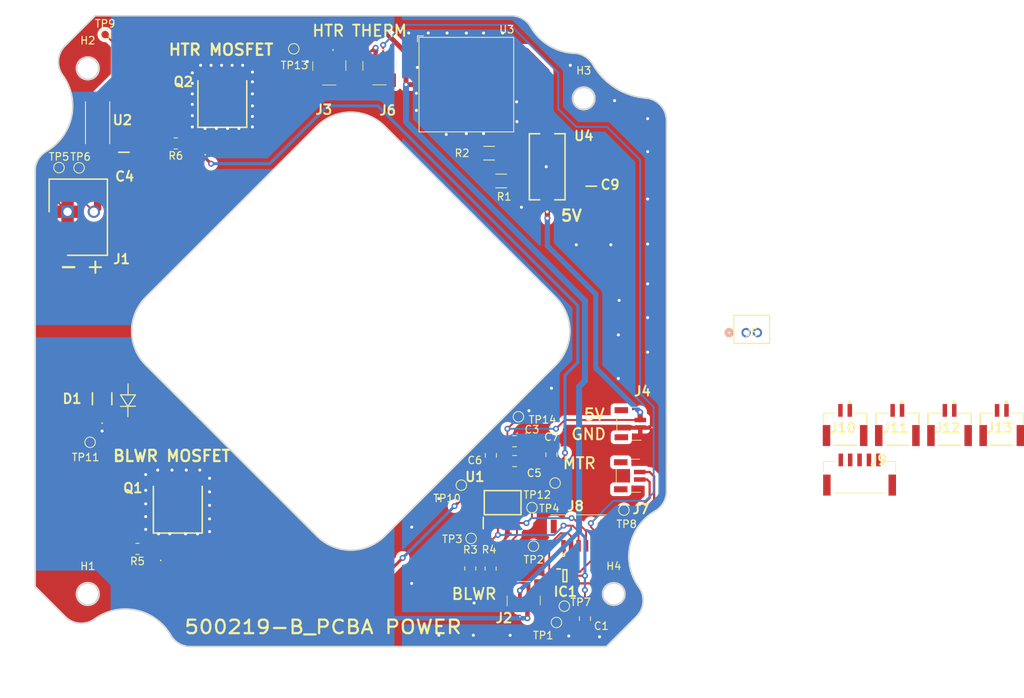
<source format=kicad_pcb>
(kicad_pcb (version 20240108) (generator "pcbnew") (generator_version "8.0")
  (layers (0 "F.Cu" signal) (31 "B.Cu" signal) (34 "B.Paste" user) (35 "F.Paste" user) (36 "B.SilkS" user "B.Silkscreen") (37 "F.SilkS" user "F.Silkscreen") (38 "B.Mask" user) (39 "F.Mask" user) (44 "Edge.Cuts" user))
  (net 0 "")
  (net 1 "Net-(D1-Pad1)")
  (net 2 "GND")
  (net 3 "MTR_PID1")
  (net 6 "Net-(J3-Pad2)")
  (net 9 "Net-(IC1-VM)")
  (net 10 "Net-(U1-VS)")
  (net 11 "Net-(C4-Pad2)")
  (net 12 "MTR_PID2")
  (net 13 "MTR_2")
  (net 14 "MTR_1")
  (net 15 "Net-(U1-OUTA)")
  (net 20 "Net-(U1-OUTB)")
  (net 21 "Net-(U3-Sense)")
  (net 22 "Net-(U3-Trim)")
  (net 25 "THERM")
  (net 28 "BLWR_PID")
  (net 29 "HTR_PID")
  (footprint "BM02B-GHS-TBT_LF__SN_:BM02B-GHS-TBT_1" (layer "F.Cu") (at 179.675 110.55)
    (property "Reference" "J12")
    (property "Value" "BM02B-GHS-TBT_LF__SN_" (hide yes))
  )
  (footprint "BM02B-GHS-TBT_LF__SN_:BM02B-GHS-TBT_1" (layer "F.Cu") (at 172.725 110.55)
    (property "Reference" "J11")
    (property "Value" "BM02B-GHS-TBT_LF__SN_" (hide yes))
  )
  (footprint "TestPoint:TestPoint_Pad_D1.0mm" (layer "F.Cu") (at 63.83 78.25)
    (property "Reference" "TP6")
    (property "Value" "TestPoint")
  )
  (footprint "T1M-05-F-SV-L-P:T1M-05-X-SV-L-Y" (layer "F.Cu") (at 130.3 128.5875)
    (property "Reference" "J8")
    (property "Value" "T1M-05-F-SV-L-P" (hide yes))
  )
  (footprint "Resistor_SMD:R_1206_3216Metric" (layer "F.Cu") (at 120 80 180)
    (property "Reference" "R1")
    (property "Value" "0")
  )
  (footprint "TestPoint:TestPoint_Pad_D1.0mm" (layer "F.Cu") (at 116 127.6)
    (property "Reference" "TP3")
    (property "Value" "TestPoint")
  )
  (footprint "Capacitor_SMD:C_0805_2012Metric" (layer "F.Cu") (at 121.8 117.3)
    (property "Reference" "C5")
    (property "Value" "4.7 uF")
  )
  (footprint "TestPoint:TestPoint_Pad_D1.0mm" (layer "F.Cu") (at 128.41 136.62)
    (property "Reference" "TP7")
    (property "Value" "TestPoint")
  )
  (footprint "BM05B-GHS-TBT_LF__SN_:BM05B-GHS-TBT" (layer "F.Cu") (at 170.2 117.148)
    (property "Reference" "J9")
    (property "Value" "BM05B-GHS-TBT_LF__SN_" (hide yes))
  )
  (footprint "DRV8220DRLR:SOTFL50P160X60-6N" (layer "F.Cu") (at 128.49 132.57)
    (property "Reference" "IC1")
    (property "Value" "DRV8220DRLR" (hide yes))
  )
  (footprint "T1M-02-F-SV-L:T1M02FSVL" (layer "F.Cu") (at 136.94 119.26 90)
    (property "Reference" "J7")
    (property "Value" "T1M-02-F-SV-L" (hide yes))
  )
  (footprint "MountingHole:MountingHole_2.7mm" (layer "F.Cu") (at 130.99 69)
    (property "Reference" "H3")
    (property "Value" "MountingHole")
  )
  (footprint "MIC4427YM-TR:SOIC127P599X173-8N" (layer "F.Cu") (at 120.2 122.84 90)
    (property "Reference" "U1")
    (property "Value" "MIC4427YM-TR" (hide yes))
  )
  (footprint "TestPoint:TestPoint_Pad_D1.0mm" (layer "F.Cu") (at 122.3 111.4)
    (property "Reference" "TP14")
    (property "Value" "TestPoint")
  )
  (footprint "GRM31C5C1E104JA01L:CAPC3216X180N" (layer "F.Cu") (at 69.8 76.18 90)
    (property "Reference" "C4")
    (property "Value" "CL31B106KAHNNNE" (hide yes))
  )
  (footprint "T1M-02-F-SV-L:T1M02FSVL" (layer "F.Cu") (at 97.13 65.6 180)
    (property "Reference" "J3")
    (property "Value" "T1M-02-F-SV-L" (hide yes))
  )
  (footprint "T1M-02-F-SV-L:T1M02FSVL" (layer "F.Cu") (at 137.02 112.33 90)
    (property "Reference" "J4")
    (property "Value" "T1M-02-F-SV-L" (hide yes))
  )
  (footprint "Resistor_SMD:R_0805_2012Metric" (layer "F.Cu") (at 76.7 75 180)
    (property "Reference" "R6")
    (property "Value" "10K")
  )
  (footprint "IPD30N08S2L21ATMA1:IPD30N08S2L21ATMA1" (layer "F.Cu") (at 82.9 69.75)
    (property "Reference" "Q2")
    (property "Value" "IPD30N08S2L21ATMA1" (hide yes))
  )
  (footprint "TestPoint:TestPoint_Pad_D1.0mm" (layer "F.Cu") (at 61.16 78.22)
    (property "Reference" "TP5")
    (property "Value" "TestPoint")
  )
  (footprint "IPD30N08S2L21ATMA1:IPD30N08S2L21ATMA1" (layer "F.Cu") (at 76.97 123.78)
    (property "Reference" "Q1")
    (property "Value" "IPD30N08S2L21ATMA1" (hide yes))
  )
  (footprint "7427932:7427932" (layer "F.Cu") (at 126.13 78.11 90)
    (property "Reference" "U4")
    (property "Value" "7427932" (hide yes))
  )
  (footprint "T1M-02-F-SV-L:T1M02FSVL" (layer "F.Cu") (at 103.8 65.57 180)
    (property "Reference" "J6")
    (property "Value" "T1M-02-F-SV-L" (hide yes))
  )
  (footprint "TestPoint:TestPoint_Pad_D1.0mm" (layer "F.Cu") (at 65.3 114.8 90)
    (property "Reference" "TP11")
    (property "Value" "TestPoint")
  )
  (footprint "MountingHole:MountingHole_2.7mm" (layer "F.Cu") (at 64.99 135)
    (property "Reference" "H1")
    (property "Value" "MountingHole")
  )
  (footprint "Capacitor_SMD:C_0805_2012Metric" (layer "F.Cu") (at 126.69 116.45 90)
    (property "Reference" "C7")
    (property "Value" "1000 pF")
  )
  (footprint "1752104:SHDR2W90P0X350_1X2_760X1000X1255P" (layer "F.Cu") (at 62.3 84.1)
    (property "Reference" "J1")
    (property "Value" "1752104" (hide yes))
  )
  (footprint "BM02B-GHS-TBT_LF__SN_:BM02B-GHS-TBT_1" (layer "F.Cu") (at 186.625 110.55)
    (property "Reference" "J13")
    (property "Value" "BM02B-GHS-TBT_LF__SN_" (hide yes))
  )
  (footprint "TestPoint:TestPoint_Pad_D1.0mm" (layer "F.Cu") (at 124.1 123.5)
    (property "Reference" "TP4")
    (property "Value" "TestPoint")
  )
  (footprint "BM02B-GHS-TBT_LF__SN_:BM02B-GHS-TBT_1" (layer "F.Cu") (at 165.775 110.55)
    (property "Reference" "J10")
    (property "Value" "BM02B-GHS-TBT_LF__SN_" (hide yes))
  )
  (footprint "MountingHole:MountingHole_2.7mm" (layer "F.Cu") (at 64.99 65)
    (property "Reference" "H2")
    (property "Value" "MountingHole")
  )
  (footprint "B2B_ZR:B2B_ZR" (layer "F.Cu") (at 152.599999 100.2)
    (property "Reference" "J5")
    (property "Value" "B2B-ZR")
  )
  (footprint "TestPoint:TestPoint_Pad_D1.0mm" (layer "F.Cu") (at 124.3 128.63)
    (property "Reference" "TP2")
    (property "Value" "TestPoint")
  )
  (footprint "T1M-02-F-SV-L:T1M02FSVL" (layer "F.Cu") (at 123 134.97)
    (property "Reference" "J2")
    (property "Value" "T1M-02-F-SV-L" (hide yes))
  )
  (footprint "Converter_DCDC:Converter_DCDC_RECOM_RPMx.x-x.0" (layer "F.Cu") (at 115.37 67.17)
    (property "Reference" "U3")
    (property "Value" "RPM5.0-6.0")
  )
  (footprint "TestPoint:TestPoint_Pad_D1.0mm" (layer "F.Cu") (at 92.4 62.4 180)
    (property "Reference" "TP13")
    (property "Value" "TestPoint")
  )
  (footprint "Capacitor_SMD:C_0805_2012Metric" (layer "F.Cu") (at 118.63 116.54 90)
    (property "Reference" "C6")
    (property "Value" "1000 pF")
  )
  (footprint "TestPoint:TestPoint_Pad_D1.0mm" (layer "F.Cu") (at 136.34 123.83)
    (property "Reference" "TP8")
    (property "Value" "TestPoint")
  )
  (footprint "SK34A-LTP:SK34ALTP" (layer "F.Cu") (at 66.9 109 -90)
    (property "Reference" "D1")
    (property "Value" "SK34A-LTP" (hide yes))
  )
  (footprint "Resistor_SMD:R_0805_2012Metric" (layer "F.Cu") (at 115.9 131.6 -90)
    (property "Reference" "R3")
    (property "Value" "10K")
  )
  (footprint "742792510:18122" (layer "F.Cu") (at 66.3 72.25 90)
    (property "Reference" "U2")
    (property "Value" "742792510" (hide yes))
  )
  (footprint "Capacitor_SMD:C_0805_2012Metric" (layer "F.Cu") (at 131.15 138.28 90)
    (property "Reference" "C1")
    (property "Value" "0.1 uF")
  )
  (footprint "TestPoint:TestPoint_Pad_D1.0mm" (layer "F.Cu") (at 114.7 120.51)
    (property "Reference" "TP10")
    (property "Value" "TestPoint")
  )
  (footprint "MountingHole:MountingHole_2.7mm" (layer "F.Cu") (at 134.99 135)
    (property "Reference" "H4")
    (property "Value" "MountingHole")
  )
  (footprint "TestPoint:TestPoint_Pad_D1.0mm" (layer "F.Cu") (at 67.3 60.5)
    (property "Reference" "TP9")
    (property "Value" "TestPoint")
  )
  (footprint "TestPoint:TestPoint_Pad_D1.0mm" (layer "F.Cu") (at 127.36 138.8)
    (property "Reference" "TP1")
    (property "Value" "TestPoint")
  )
  (footprint "Capacitor_SMD:C_0805_2012Metric" (layer "F.Cu") (at 121.78 114.66)
    (property "Reference" "C3")
    (property "Value" "0.1 uF")
  )
  (footprint "GRM31C5C1E104JA01L:CAPC3216X180N" (layer "F.Cu") (at 132 80.7 -90)
    (property "Reference" "C9")
    (property "Value" "CL31B226KPHNNNE" (hide yes))
  )
  (footprint "TestPoint:TestPoint_Pad_D1.0mm" (layer "F.Cu") (at 127.18 120.23)
    (property "Reference" "TP12")
    (property "Value" "TestPoint")
  )
  (footprint "Resistor_SMD:R_1206_3216Metric" (layer "F.Cu") (at 118.4 76.3 180)
    (property "Reference" "R2")
    (property "Value" "0")
  )
  (footprint "Resistor_SMD:R_0805_2012Metric" (layer "F.Cu") (at 71.6 129 180)
    (property "Reference" "R5")
    (property "Value" "10K")
  )
  (footprint "Resistor_SMD:R_0805_2012Metric" (layer "F.Cu") (at 118.6 131.6125 -90)
    (property "Reference" "R4")
    (property "Value" "10K")
  )
  (gr_line (start 70.33 108.49) (end 71.33 108.48) (stroke (width 0.15)) (layer "F.SilkS"))
  (gr_line (start 70.33 110.02) (end 70.33 111.39) (stroke (width 0.15)) (layer "F.SilkS"))
  (gr_line (start 69.35 108.48) (end 70.33 110.04) (stroke (width 0.15)) (layer "F.SilkS"))
  (gr_line (start 71.33 108.48) (end 70.33 110.04) (stroke (width 0.15)) (layer "F.SilkS"))
  (gr_line (start 70.35 108.49) (end 69.35 108.48) (stroke (width 0.15)) (layer "F.SilkS"))
  (gr_line (start 70.35 107.03) (end 70.35 108.49) (stroke (width 0.15)) (layer "F.SilkS"))
  (gr_line (start 70.33 110.02) (end 69.33 110.02) (stroke (width 0.15)) (layer "F.SilkS"))
  (gr_line (start 70.33 110) (end 71.33 110) (stroke (width 0.15)) (layer "F.SilkS"))
  (gr_arc (start 138.317961 134.102191) (mid 138.877581 136.098897) (end 138.008407 137.981593) (stroke (width 0.2)) (layer "Edge.Cuts"))
  (gr_line (start 104.515483 127.294322) (end 127.284322 104.525484) (stroke (width 0.2)) (layer "Edge.Cuts"))
  (gr_line (start 133.99 142) (end 78.650254 142) (stroke (width 0.2)) (layer "Edge.Cuts"))
  (gr_arc (start 57.99 78.660254) (mid 58.391924 77.160254) (end 59.49 76.062178) (stroke (width 0.2)) (layer "Edge.Cuts"))
  (gr_line (start 133.99 142) (end 138.008407 137.981593) (stroke (width 0.2)) (layer "Edge.Cuts"))
  (gr_arc (start 65.887809 138.327961) (mid 63.891103 138.887582) (end 62.008407 138.018407) (stroke (width 0.2)) (layer "Edge.Cuts"))
  (gr_circle (center 134.99 135) (end 136.44 135) (stroke (width 0.2)) (fill none) (layer "Edge.Cuts"))
  (gr_line (start 57.99 78.660254) (end 57.99 134) (stroke (width 0.2)) (layer "Edge.Cuts"))
  (gr_line (start 141.99 71.958261) (end 141.99 121.339746) (stroke (width 0.2)) (layer "Edge.Cuts"))
  (gr_arc (start 61.662039 65.897809) (mid 62.835449 71.462814) (end 59.49 76.062178) (stroke (width 0.2)) (layer "Edge.Cuts"))
  (gr_arc (start 138.317961 134.102191) (mid 137.144551 128.537186) (end 140.49 123.937822) (stroke (width 0.2)) (layer "Edge.Cuts"))
  (gr_circle (center 130.99 69) (end 132.44 69) (stroke (width 0.2)) (fill none) (layer "Edge.Cuts"))
  (gr_circle (center 64.99 65) (end 66.44 65) (stroke (width 0.2)) (fill none) (layer "Edge.Cuts"))
  (gr_arc (start 95.464517 72.705678) (mid 99.99 70.831162) (end 104.515483 72.705678) (stroke (width 0.2)) (layer "Edge.Cuts"))
  (gr_arc (start 139.24 68.968696) (mid 141.197941 69.927251) (end 141.99 71.958261) (stroke (width 0.2)) (layer "Edge.Cuts"))
  (gr_circle (center 64.99 135) (end 66.44 135) (stroke (width 0.2)) (fill none) (layer "Edge.Cuts"))
  (gr_arc (start 61.662039 65.897809) (mid 61.102419 63.901103) (end 61.971593 62.018407) (stroke (width 0.2)) (layer "Edge.Cuts"))
  (gr_arc (start 129.712206 62.994486) (mid 131.145391 63.424916) (end 132.192363 64.494092) (stroke (width 0.2)) (layer "Edge.Cuts"))
  (gr_arc (start 104.515483 127.294322) (mid 99.99 129.168839) (end 95.464517 127.294322) (stroke (width 0.2)) (layer "Edge.Cuts"))
  (gr_arc (start 121.329746 58) (mid 122.829746 58.401924) (end 123.927822 59.5) (stroke (width 0.2)) (layer "Edge.Cuts"))
  (gr_line (start 72.695678 95.474517) (end 95.464517 72.705678) (stroke (width 0.2)) (layer "Edge.Cuts"))
  (gr_arc (start 65.887809 138.327961) (mid 71.452814 137.154551) (end 76.052178 140.5) (stroke (width 0.2)) (layer "Edge.Cuts"))
  (gr_line (start 65.99 58) (end 61.971593 62.018407) (stroke (width 0.2)) (layer "Edge.Cuts"))
  (gr_arc (start 129.712206 62.994486) (mid 126.370377 61.991522) (end 123.927822 59.5) (stroke (width 0.2)) (layer "Edge.Cuts"))
  (gr_arc (start 139.24 68.968696) (mid 135.165993 67.597958) (end 132.192363 64.494092) (stroke (width 0.2)) (layer "Edge.Cuts"))
  (gr_line (start 72.695678 104.525484) (end 95.464517 127.294322) (stroke (width 0.2)) (layer "Edge.Cuts"))
  (gr_arc (start 127.284322 95.474517) (mid 129.158838 100.000001) (end 127.284322 104.525484) (stroke (width 0.2)) (layer "Edge.Cuts"))
  (gr_arc (start 78.650254 142) (mid 77.150254 141.598076) (end 76.052178 140.5) (stroke (width 0.2)) (layer "Edge.Cuts"))
  (gr_line (start 121.329746 58) (end 65.99 58) (stroke (width 0.2)) (layer "Edge.Cuts"))
  (gr_arc (start 141.99 121.339746) (mid 141.588076 122.839746) (end 140.49 123.937822) (stroke (width 0.2)) (layer "Edge.Cuts"))
  (gr_arc (start 72.695678 104.525484) (mid 70.821162 100.000001) (end 72.695678 95.474517) (stroke (width 0.2)) (layer "Edge.Cuts"))
  (gr_line (start 57.99 134) (end 62.008407 138.018407) (stroke (width 0.2)) (layer "Edge.Cuts"))
  (gr_line (start 104.515483 72.705678) (end 127.284322 95.474517) (stroke (width 0.2)) (layer "Edge.Cuts"))
  (gr_text "5V" (at 132.4 111.1 0) (layer "F.SilkS") (effects (font (size 1.5 1.5) (thickness 0.25))))
  (gr_text "5V" (at 127.8 85.5 0) (layer "F.SilkS") (effects (font (size 1.5 1.5) (thickness 0.3) (bold yes)) (justify left bottom)))
  (gr_text "THERM" (at 103.8 60 0) (layer "F.SilkS") (effects (font (size 1.5 1.5) (thickness 0.25))))
  (gr_text "500219-B_PCBA POWER" (at 96.3 139.4 0) (layer "F.SilkS") (effects (font (size 1.8 2) (thickness 0.3))))
  (gr_text "BLWR MOSFET" (at 68.2 117.5 0) (layer "F.SilkS") (effects (font (size 1.5 1.5) (thickness 0.3)) (justify left bottom)))
  (gr_text "MTR" (at 130.4 117.6 0) (layer "F.SilkS") (effects (font (size 1.5 1.5) (thickness 0.25))))
  (gr_text "+" (at 64.6 92.5 0) (layer "F.SilkS") (effects (font (size 2 2) (thickness 0.25)) (justify left bottom)))
  (gr_text "GND" (at 129.2 114.6 0) (layer "F.SilkS") (effects (font (size 1.5 1.5) (thickness 0.25) (bold yes)) (justify left bottom)))
  (gr_text "-" (at 61 92.5 0) (layer "F.SilkS") (effects (font (size 2 2) (thickness 0.3)) (justify left bottom)))
  (gr_text "HTR MOSFET" (at 75.6 63.4 0) (layer "F.SilkS") (effects (font (size 1.5 1.5) (thickness 0.3) (bold yes)) (justify left bottom)))
  (gr_text "HTR" (at 97 60 0) (layer "F.SilkS") (effects (font (size 1.5 1.5) (thickness 0.25))))
  (gr_text "BLWR" (at 116.4 135 0) (layer "F.SilkS") (effects (font (size 1.5 1.5) (thickness 0.25))))
  (gr_text "" (at 99.99 147.724 0) (layer "Edge.Cuts") (effects (font (size 3.047999 2.7432) (thickness 0.380999)) (justify top)))
  (segment (start 81.2 121.4) (end 78.27 121.4) (width 0.5) (layer "F.Cu") (net 1))
  (segment (start 78.1 118.5) (end 78.1 121.57) (width 0.5) (layer "F.Cu") (net 1))
  (segment (start 74.3 118.5) (end 76.97 121.17) (width 0.5) (layer "F.Cu") (net 1))
  (segment (start 79.9 118.5) (end 76.97 121.43) (width 0.5) (layer "F.Cu") (net 1))
  (segment (start 72.7 119.1) (end 76.3 122.7) (width 0.8) (layer "F.Cu") (net 1))
  (segment (start 76.97 121.17) (end 76.97 122.7) (width 0.25) (layer "F.Cu") (net 1))
  (segment (start 75.9 127) (end 75.9 123.77) (width 0.5) (layer "F.Cu") (net 1))
  (segment (start 76.3 122.7) (end 76.97 122.7) (width 0.25) (layer "F.Cu") (net 1))
  (segment (start 74.4 127) (end 76.97 124.43) (width 0.5) (layer "F.Cu") (net 1))
  (segment (start 76.2 118.5) (end 76.2 121.93) (width 0.5) (layer "F.Cu") (net 1))
  (segment (start 72.7 126.4) (end 73.27 126.4) (width 0.5) (layer "F.Cu") (net 1))
  (segment (start 81.2 126.7) (end 80.97 126.7) (width 0.5) (layer "F.Cu") (net 1))
  (segment (start 81.2 125) (end 79.27 125) (width 0.5) (layer "F.Cu") (net 1))
  (segment (start 72.7 121.2) (end 75.47 121.2) (width 0.5) (layer "F.Cu") (net 1))
  (segment (start 78.1 122.7) (end 76.97 122.7) (width 0.25) (layer "F.Cu") (net 1))
  (segment (start 76.97 121.43) (end 76.97 122.7) (width 0.25) (layer "F.Cu") (net 1))
  (segment (start 80.97 126.7) (end 76.97 122.7) (width 0.5) (layer "F.Cu") (net 1))
  (segment (start 79.6 127) (end 76.97 124.37) (width 0.5) (layer "F.Cu") (net 1))
  (segment (start 81.2 123.2) (end 77.47 123.2) (width 0.5) (layer "F.Cu") (net 1))
  (segment (start 66.9 111.025) (end 66.9 113.3) (width 0.8) (layer "F.Cu") (net 1))
  (segment (start 74.3 120.03) (end 76.97 122.7) (width 0.25) (layer "F.Cu") (net 1))
  (segment (start 73 122.7) (end 76.97 122.7) (width 0.5) (layer "F.Cu") (net 1))
  (segment (start 123.5 136.47) (end 123.5 138.23) (width 0.6) (layer "F.Cu") (net 1))
  (segment (start 78 127) (end 78 123.73) (width 0.5) (layer "F.Cu") (net 1))
  (segment (start 77.47 123.2) (end 76.97 122.7) (width 0.25) (layer "F.Cu") (net 1))
  (segment (start 75.9 123.77) (end 76.97 122.7) (width 0.5) (layer "F.Cu") (net 1))
  (segment (start 78 123.73) (end 76.97 122.7) (width 0.5) (layer "F.Cu") (net 1))
  (segment (start 76.97 124.43) (end 76.97 122.7) (width 0.5) (layer "F.Cu") (net 1))
  (segment (start 72.7 123) (end 73 122.7) (width 0.5) (layer "F.Cu") (net 1))
  (segment (start 78.27 121.4) (end 76.97 122.7) (width 0.25) (layer "F.Cu") (net 1))
  (segment (start 65.4 114.8) (end 66.9 113.3) (width 0.25) (layer "F.Cu") (net 1))
  (segment (start 74.97 124.7) (end 76.97 122.7) (width 0.25) (layer "F.Cu") (net 1))
  (segment (start 79.27 125) (end 76.97 122.7) (width 0.25) (layer "F.Cu") (net 1))
  (segment (start 75.47 121.2) (end 76.97 122.7) (width 0.25) (layer "F.Cu") (net 1))
  (segment (start 65.3 114.8) (end 65.4 114.8) (width 0.25) (layer "F.Cu") (net 1))
  (segment (start 78.1 121.57) (end 76.97 122.7) (width 0.25) (layer "F.Cu") (net 1))
  (segment (start 76.2 121.93) (end 76.97 122.7) (width 0.25) (layer "F.Cu") (net 1))
  (segment (start 81.2 119.6) (end 78.1 122.7) (width 0.5) (layer "F.Cu") (net 1))
  (segment (start 72.7 124.7) (end 74.97 124.7) (width 0.5) (layer "F.Cu") (net 1))
  (segment (start 76.97 124.37) (end 76.97 122.7) (width 0.5) (layer "F.Cu") (net 1))
  (segment (start 73.27 126.4) (end 76.97 122.7) (width 0.5) (layer "F.Cu") (net 1))
  (via (at 72.7 126.4) (size 0.8) (drill 0.4) (layers "F.Cu" "B.Cu") (net 1))
  (via (at 75.9 127) (size 0.8) (drill 0.4) (layers "F.Cu" "B.Cu") (net 1))
  (via (at 81.2 123.2) (size 0.8) (drill 0.4) (layers "F.Cu" "B.Cu") (net 1))
  (via (at 79.6 127) (size 0.8) (drill 0.4) (layers "F.Cu" "B.Cu") (net 1))
  (via (at 72.7 124.7) (size 0.8) (drill 0.4) (layers "F.Cu" "B.Cu") (net 1))
  (via (at 79.9 118.5) (size 0.8) (drill 0.4) (layers "F.Cu" "B.Cu") (net 1))
  (via (at 81.2 125) (size 0.8) (drill 0.4) (layers "F.Cu" "B.Cu") (net 1))
  (via (at 72.7 123) (size 0.8) (drill 0.4) (layers "F.Cu" "B.Cu") (net 1))
  (via (at 72.7 119.1) (size 0.8) (drill 0.4) (layers "F.Cu" "B.Cu") (net 1))
  (via (at 81.2 119.6) (size 0.8) (drill 0.4) (layers "F.Cu" "B.Cu") (net 1))
  (via (at 81.2 121.4) (size 0.8) (drill 0.4) (layers "F.Cu" "B.Cu") (net 1))
  (via (at 72.7 121.2) (size 0.8) (drill 0.4) (layers "F.Cu" "B.Cu") (net 1))
  (via (at 74.3 118.5) (size 0.8) (drill 0.4) (layers "F.Cu" "B.Cu") (net 1))
  (via (at 78 127) (size 0.8) (drill 0.4) (layers "F.Cu" "B.Cu") (net 1))
  (via (at 76.2 118.5) (size 0.8) (drill 0.4) (layers "F.Cu" "B.Cu") (net 1))
  (via (at 74.4 127) (size 0.8) (drill 0.4) (layers "F.Cu" "B.Cu") (net 1))
  (via (at 78.1 118.5) (size 0.8) (drill 0.4) (layers "F.Cu" "B.Cu") (net 1))
  (via (at 123.5 138.23) (size 0.8) (drill 0.4) (layers "F.Cu" "B.Cu") (net 1))
  (via (at 66.9 113.3) (size 0.8) (drill 0.4) (layers "F.Cu" "B.Cu") (net 1))
  (via (at 81.2 126.7) (size 0.8) (drill 0.4) (layers "F.Cu" "B.Cu") (net 1))
  (segment (start 104.23 138.23) (end 104.2 138.2) (width 0.6) (layer "B.Cu") (net 1))
  (segment (start 123.5 138.23) (end 104.23 138.23) (width 0.6) (layer "B.Cu") (net 1))
  (segment (start 117.66 64.88) (end 117.66 62.59) (width 0.25) (layer "F.Cu") (net 2))
  (segment (start 113.08 69.46) (end 111.94 70.6) (width 0.25) (layer "F.Cu") (net 2))
  (segment (start 117.66 69.46) (end 119.95 69.46) (width 0.25) (layer "F.Cu") (net 2))
  (segment (start 113.08 64.88) (end 110.79 64.88) (width 0.25) (layer "F.Cu") (net 2))
  (segment (start 115.37 62.59) (end 115.37 60.31) (width 0.25) (layer "F.Cu") (net 2))
  (segment (start 117.66 67.17) (end 115.37 67.17) (width 0.25) (layer "F.Cu") (net 2))
  (segment (start 103.3 64.07) (end 103.3 62.27) (width 0.25) (layer "F.Cu") (net 2))
  (segment (start 115.37 69.46) (end 117.66 69.46) (width 0.25) (layer "F.Cu") (net 2))
  (segment (start 117.66 69.46) (end 117.66 71.75) (width 0.25) (layer "F.Cu") (net 2))
  (segment (start 113.08 64.88) (end 115.37 64.88) (width 0.25) (layer "F.Cu") (net 2))
  (segment (start 113.08 64.88) (end 113.08 67.17) (width 0.25) (layer "F.Cu") (net 2))
  (segment (start 113.08 67.17) (end 113.08 69.46) (width 0.25) (layer "F.Cu") (net 2))
  (segment (start 115.37 62.59) (end 117.66 62.59) (width 0.25) (layer "F.Cu") (net 2))
  (segment (start 117.66 64.88) (end 117.66 67.17) (width 0.25) (layer "F.Cu") (net 2))
  (segment (start 113.08 67.17) (end 111.93 68.32) (width 0.25) (layer "F.Cu") (net 2))
  (segment (start 115.37 71.75) (end 115.37 69.46) (width 0.25) (layer "F.Cu") (net 2))
  (segment (start 115.37 64.88) (end 117.66 64.88) (width 0.25) (layer "F.Cu") (net 2))
  (segment (start 117.66 71.75) (end 115.37 71.75) (width 0.25) (layer "F.Cu") (net 2))
  (segment (start 119.95 69.46) (end 122.06 69.46) (width 0.25) (layer "F.Cu") (net 2))
  (segment (start 115.37 69.46) (end 115.37 67.17) (width 0.25) (layer "F.Cu") (net 2))
  (segment (start 117.66 73.69) (end 116.9375 74.4125) (width 0.4) (layer "F.Cu") (net 2))
  (segment (start 117.66 69.46) (end 117.66 67.17) (width 0.25) (layer "F.Cu") (net 2))
  (segment (start 111.93 68.32) (end 108.72 68.32) (width 0.25) (layer "F.Cu") (net 2))
  (segment (start 115.37 71.75) (end 115.37 73.7) (width 0.25) (layer "F.Cu") (net 2))
  (segment (start 117.66 62.59) (end 117.66 60.3) (width 0.25) (layer "F.Cu") (net 2))
  (segment (start 117.66 71.75) (end 117.66 73.69) (width 0.25) (layer "F.Cu") (net 2))
  (segment (start 113.08 69.46) (end 115.37 69.46) (width 0.25) (layer "F.Cu") (net 2))
  (segment (start 113.08 67.17) (end 115.37 67.17) (width 0.25) (layer "F.Cu") (net 2))
  (segment (start 61.16 78.22) (end 61.16 82.96) (width 0.25) (layer "F.Cu") (net 2))
  (segment (start 116.9375 74.4125) (end 116.9375 76.3) (width 0.4) (layer "F.Cu") (net 2))
  (segment (start 61.16 82.96) (end 62.3 84.1) (width 0.25) (layer "F.Cu") (net 2))
  (segment (start 110.79 64.88) (end 108.85 64.88) (width 0.25) (layer "F.Cu") (net 2))
  (segment (start 111.94 70.6) (end 108.72 70.6) (width 0.25) (layer "F.Cu") (net 2))
  (segment (start 115.37 64.88) (end 115.37 67.17) (width 0.25) (layer "F.Cu") (net 2))
  (segment (start 126.64 115.55) (end 126.69 115.5) (width 0.25) (layer "F.Cu") (net 2))
  (segment (start 115.37 64.88) (end 115.37 62.59) (width 0.25) (layer "F.Cu") (net 2))
  (via (at 126 78.1) (size 0.8) (drill 0.4) (layers "F.Cu" "B.Cu") (net 2))
  (via (at 122.06 69.46) (size 0.8) (drill 0.4) (layers "F.Cu" "B.Cu") (net 2))
  (via (at 108.1 126.1) (size 0.8) (drill 0.4) (layers "F.Cu" "B.Cu") (net 2))
  (via (at 139.5 98.2) (size 0.8) (drill 0.4) (layers "F.Cu" "B.Cu") (net 2))
  (via (at 121.2 140.5) (size 0.8) (drill 0.4) (layers "F.Cu" "B.Cu") (net 2))
  (via (at 110.3 60.3) (size 0.8) (drill 0.4) (layers "F.Cu" "B.Cu") (net 2))
  (via (at 122.1 72.1) (size 0.8) (drill 0.4) (layers "F.Cu" "B.Cu") (net 2))
  (via (at 117.66 60.3) (size 0.8) (drill 0.4) (layers "F.Cu" "B.Cu") (net 2))
  (via (at 107.7 60.3) (size 0.8) (drill 0.4) (layers "F.Cu" "B.Cu") (net 2))
  (via (at 126.7 107.6) (size 0.8) (drill 0.4) (layers "F.Cu" "B.Cu") (net 2))
  (via (at 139.5 82.4) (size 0.8) (drill 0.4) (layers "F.Cu" "B.Cu") (net 2))
  (via (at 116.3 140.5) (size 0.8) (drill 0.4) (layers "F.Cu" "B.Cu") (net 2))
  (via (at 116.4 136.2) (size 0.8) (drill 0.4) (layers "F.Cu" "B.Cu") (net 2))
  (via (at 115.37 60.31) (size 0.8) (drill 0.4) (layers "F.Cu" "B.Cu") (net 2))
  (via (at 135.6 100.5) (size 0.8) (drill 0.4) (layers "F.Cu" "B.Cu") (net 2))
  (via (at 139.5 102.8) (size 0.8) (drill 0.4) (layers "F.Cu" "B.Cu") (net 2))
  (via (at 135.1 69.3) (size 0.8) (drill 0.4) (layers "F.Cu" "B.Cu") (net 2))
  (via (at 115.37 73.7) (size 0.8) (drill 0.4) (layers "F.Cu" "B.Cu") (net 2))
  (via (at 112.8 60.3) (size 0.8) (drill 0.4) (layers "F.Cu" "B.Cu") (net 2))
  (via (at 120.2 60.3) (size 0.8) (drill 0.4) (layers "F.Cu" "B.Cu") (net 2))
  (via (at 139.5 76.1) (size 0.8) (drill 0.4) (layers "F.Cu" "B.Cu") (net 2))
  (via (at 108.1 133.6) (size 0.8) (drill 0.4) (layers "F.Cu" "B.Cu") (net 2))
  (via (at 129.2 64.6) (size 0.8) (drill 0.4) (layers "F.Cu" "B.Cu") (net 2))
  (via (at 111.7 140.5) (size 0.8) (drill 0.4) (layers "F.Cu" "B.Cu") (net 2))
  (via (at 134.6 88.5) (size 0.8) (drill 0.4) (layers "F.Cu" "B.Cu") (net 2))
  (via (at 139.5 71.7) (size 0.8) (drill 0.4) (layers "F.Cu" "B.Cu") (net 2))
  (via (at 135.6 106.3) (size 0.8) (drill 0.4) (layers "F.Cu" "B.Cu") (net 2))
  (via (at 111.7 122.3) (size 0.8) (drill 0.4) (layers "F.Cu" "B.Cu") (net 2))
  (via (at 108.85 64.88) (size 0.8) (drill 0.4) (layers "F.Cu" "B.Cu") (net 2))
  (via (at 108.72 68.32) (size 0.8) (drill 0.4) (layers "F.Cu" "B.Cu") (net 2))
  (via (at 123.7 110.6) (size 0.8) (drill 0.4) (layers "F.Cu" "B.Cu") (net 2))
  (via (at 139.5 93.7) (size 0.8) (drill 0.4) (layers "F.Cu" "B.Cu") (net 2))
  (via (at 129 140.6) (size 0.8) (drill 0.4) (layers "F.Cu" "B.Cu") (net 2))
  (via (at 122.7 83.5) (size 0.8) (drill 0.4) (layers "F.Cu" "B.Cu") (net 2))
  (via (at 112.7 73.8) (size 0.8) (drill 0.4) (layers "F.Cu" "B.Cu") (net 2))
  (via (at 108.72 70.6) (size 0.8) (drill 0.4) (layers "F.Cu" "B.Cu") (net 2))
  (via (at 139.5 88.4) (size 0.8) (drill 0.4) (layers "F.Cu" "B.Cu") (net 2))
  (via (at 133.1 140.7) (size 0.8) (drill 0.4) (layers "F.Cu" "B.Cu") (net 2))
  (via (at 103.3 62.27) (size 0.8) (drill 0.4) (layers "F.Cu" "B.Cu") (net 2))
  (via (at 135.7 95.9) (size 0.8) (drill 0.4) (layers "F.Cu" "B.Cu") (net 2))
  (via (at 130 88.5) (size 0.8) (drill 0.4) (layers "F.Cu" "B.Cu") (net 2))
  (via (at 117.66 73.69) (size 0.8) (drill 0.4) (layers "F.Cu" "B.Cu") (net 2))
  (segment (start 126.89 136.09) (end 126.89 138.34) (width 0.25) (layer "F.Cu") (net 3))
  (segment (start 128.31 130.42) (end 128.3 130.41) (width 0.25) (layer "F.Cu") (net 3))
  (segment (start 128.31 130.42) (end 128.31 130.65) (width 0.25) (layer "F.Cu") (net 3))
  (segment (start 128.31 130.65) (end 128.31 131.33) (width 0.25) (layer "F.Cu") (net 3))
  (segment (start 127.65 131.31) (end 127.652 131.312) (width 0.25) (layer "F.Cu") (net 3))
  (segment (start 128.31 130.65) (end 127.65 131.31) (width 0.25) (layer "F.Cu") (net 3))
  (segment (start 127.35 138.8) (end 127.36 138.8) (width 0.25) (layer "F.Cu") (net 3))
  (segment (start 127.652 131.312) (end 127.652 132.07) (width 0.25) (layer "F.Cu") (net 3))
  (segment (start 128.31 131.33) (end 128.51 131.53) (width 0.25) (layer "F.Cu") (net 3))
  (segment (start 126.89 138.34) (end 127.35 138.8) (width 0.25) (layer "F.Cu") (net 3))
  (segment (start 128.3 130.41) (end 128.3 128.5875) (width 0.25) (layer "F.Cu") (net 3))
  (segment (start 128.51 134.47) (end 126.89 136.09) (width 0.25) (layer "F.Cu") (net 3))
  (segment (start 128.51 131.53) (end 128.51 134.47) (width 0.25) (layer "F.Cu") (net 3))
  (segment (start 86.07 65.5) (end 82.9 68.67) (width 0.5) (layer "F.Cu") (net 6))
  (segment (start 82.9 68.8) (end 82.9 68.67) (width 0.5) (layer "F.Cu") (net 6))
  (segment (start 86.9 72.8) (end 82.9 68.8) (width 0.5) (layer "F.Cu") (net 6))
  (segment (start 84.2 64.6) (end 84.2 67.37) (width 0.5) (layer "F.Cu") (net 6))
  (segment (start 83.6 73) (end 83.6 69.37) (width 0.5) (layer "F.Cu") (net 6))
  (segment (start 83.6 69.37) (end 82.9 68.67) (width 0.5) (layer "F.Cu") (net 6))
  (segment (start 84.23 70) (end 82.9 68.67) (width 0.5) (layer "F.Cu") (net 6))
  (segment (start 82.8 64.6) (end 82.8 68.57) (width 0.5) (layer "F.Cu") (net 6))
  (segment (start 81.77 69.8) (end 82.9 68.67) (width 0.5) (layer "F.Cu") (net 6))
  (segment (start 85.1 70.87) (end 82.9 68.67) (width 0.5) (layer "F.Cu") (net 6))
  (segment (start 78.9 72.8) (end 82.9 68.8) (width 0.5) (layer "F.Cu") (net 6))
  (segment (start 86.9 66.8) (end 84.77 66.8) (width 0.5) (layer "F.Cu") (net 6))
  (segment (start 80 64.6) (end 82.9 67.5) (width 0.5) (layer "F.Cu") (net 6))
  (segment (start 86.9 65.5) (end 86.07 65.5) (width 0.5) (layer "F.Cu") (net 6))
  (segment (start 94.1 64.1) (end 92.4 62.4) (width 0.25) (layer "F.Cu") (net 6))
  (segment (start 94.2 64.1) (end 94.1 64.1) (width 0.25) (layer "F.Cu") (net 6))
  (segment (start 82.1 69.47) (end 82.9 68.67) (width 0.5) (layer "F.Cu") (net 6))
  (segment (start 78.9 69.8) (end 81.77 69.8) (width 0.5) (layer "F.Cu") (net 6))
  (segment (start 81.4 67.17) (end 82.9 68.67) (width 0.5) (layer "F.Cu") (net 6))
  (segment (start 78.9 67) (end 81.23 67) (width 0.5) (layer "F.Cu") (net 6))
  (segment (start 86.9 71.4) (end 85.63 71.4) (width 0.5) (layer "F.Cu") (net 6))
  (segment (start 81.23 67) (end 82.9 68.67) (width 0.5) (layer "F.Cu") (net 6))
  (segment (start 78.9 65.6) (end 81.97 68.67) (width 0.5) (layer "F.Cu") (net 6))
  (segment (start 81.4 64.6) (end 81.4 67.17) (width 0.5) (layer "F.Cu") (net 6))
  (segment (start 96.63 64.1) (end 94.2 64.1) (width 0.65) (layer "F.Cu") (net 6))
  (segment (start 82.9 67.3) (end 82.9 68.67) (width 0.5) (layer "F.Cu") (net 6))
  (segment (start 78.9 71.3) (end 80.27 71.3) (width 0.5) (layer "F.Cu") (net 6))
  (segment (start 86.9 68.4) (end 83.17 68.4) (width 0.5) (layer "F.Cu") (net 6))
  (segment (start 82.63 68.4) (end 82.9 68.67) (width 0.5) (layer "F.Cu") (net 6))
  (segment (start 82.9 68.67) (end 82.9 69.07) (width 0.6) (layer "F.Cu") (net 6))
  (segment (start 78.9 68.4) (end 82.63 68.4) (width 0.5) (layer "F.Cu") (net 6))
  (segment (start 82.9 67.5) (end 82.9 68.67) (width 0.5) (layer "F.Cu") (net 6))
  (segment (start 86.9 70) (end 84.23 70) (width 0.5) (layer "F.Cu") (net 6))
  (segment (start 82.9 68.67) (end 82.9 68.97) (width 0.6) (layer "F.Cu") (net 6))
  (segment (start 80.6 73) (end 80.6 70.97) (width 0.5) (layer "F.Cu") (net 6))
  (segment (start 84.77 66.8) (end 82.9 68.67) (width 0.5) (layer "F.Cu") (net 6))
  (segment (start 84.2 67.37) (end 82.9 68.67) (width 0.5) (layer "F.Cu") (net 6))
  (segment (start 80.27 71.3) (end 82.9 68.67) (width 0.5) (layer "F.Cu") (net 6))
  (segment (start 83.17 68.4) (end 82.9 68.67) (width 0.5) (layer "F.Cu") (net 6))
  (segment (start 82.8 68.57) (end 82.9 68.67) (width 0.5) (layer "F.Cu") (net 6))
  (segment (start 85.6 64.6) (end 82.9 67.3) (width 0.5) (layer "F.Cu") (net 6))
  (segment (start 82.1 73) (end 82.1 69.47) (width 0.5) (layer "F.Cu") (net 6))
  (segment (start 81.97 68.67) (end 82.9 68.67) (width 0.5) (layer "F.Cu") (net 6))
  (segment (start 85.1 73) (end 85.1 70.87) (width 0.5) (layer "F.Cu") (net 6))
  (segment (start 80.6 70.97) (end 82.9 68.67) (width 0.5) (layer "F.Cu") (net 6))
  (segment (start 85.63 71.4) (end 82.9 68.67) (width 0.5) (layer "F.Cu") (net 6))
  (via (at 85.6 64.6) (size 0.8) (drill 0.4) (layers "F.Cu" "B.Cu") (net 6))
  (via (at 78.9 72.8) (size 0.8) (drill 0.4) (layers "F.Cu" "B.Cu") (net 6))
  (via (at 86.9 72.8) (size 0.8) (drill 0.4) (layers "F.Cu" "B.Cu") (net 6))
  (via (at 82.8 64.6) (size 0.8) (drill 0.4) (layers "F.Cu" "B.Cu") (net 6))
  (via (at 78.9 68.4) (size 0.8) (drill 0.4) (layers "F.Cu" "B.Cu") (net 6))
  (via (at 86.9 71.4) (size 0.8) (drill 0.4) (layers "F.Cu" "B.Cu") (net 6))
  (via (at 85.1 73) (size 0.8) (drill 0.4) (layers "F.Cu" "B.Cu") (net 6))
  (via (at 78.9 71.3) (size 0.8) (drill 0.4) (layers "F.Cu" "B.Cu") (net 6))
  (via (at 81.4 64.6) (size 0.8) (drill 0.4) (layers "F.Cu" "B.Cu") (net 6))
  (via (at 86.9 68.4) (size 0.8) (drill 0.4) (layers "F.Cu" "B.Cu") (net 6))
  (via (at 80.6 73) (size 0.8) (drill 0.4) (layers "F.Cu" "B.Cu") (net 6))
  (via (at 78.9 67) (size 0.8) (drill 0.4) (layers "F.Cu" "B.Cu") (net 6))
  (via (at 80 64.6) (size 0.8) (drill 0.4) (layers "F.Cu" "B.Cu") (net 6))
  (via (at 86.9 70) (size 0.8) (drill 0.4) (layers "F.Cu" "B.Cu") (net 6))
  (via (at 78.9 65.6) (size 0.8) (drill 0.4) (layers "F.Cu" "B.Cu") (net 6))
  (via (at 86.9 66.8) (size 0.8) (drill 0.4) (layers "F.Cu" "B.Cu") (net 6))
  (via (at 83.6 73) (size 0.8) (drill 0.4) (layers "F.Cu" "B.Cu") (net 6))
  (via (at 86.9 65.5) (size 0.8) (drill 0.4) (layers "F.Cu" "B.Cu") (net 6))
  (via (at 84.2 64.6) (size 0.8) (drill 0.4) (layers "F.Cu" "B.Cu") (net 6))
  (via (at 78.9 69.8) (size 0.8) (drill 0.4) (layers "F.Cu" "B.Cu") (net 6))
  (via (at 94.2 64.1) (size 0.8) (drill 0.4) (layers "F.Cu" "B.Cu") (net 6))
  (via (at 82.1 73) (size 0.8) (drill 0.4) (layers "F.Cu" "B.Cu") (net 6))
  (segment (start 113.08 62.59) (end 110.79 62.59) (width 0.5) (layer "F.Cu") (net 9))
  (segment (start 104.2 59.8) (end 103.4 59) (width 0.65) (layer "F.Cu") (net 9))
  (segment (start 122.5 136.47) (end 122.5 134.54) (width 0.5) (layer "F.Cu") (net 9))
  (segment (start 104.2 59.8) (end 106.975 62.575) (width 0.65) (layer "F.Cu") (net 9))
  (segment (start 68.9 66.1) (end 66.3 68.7) (width 0.65) (layer "F.Cu") (net 9))
  (segment (start 107.34 62.99) (end 107.34 64.09) (width 0.65) (layer "F.Cu") (net 9))
  (segment (start 103.4 59) (end 71.8 59) (width 0.65) (layer "F.Cu") (net 9))
  (segment (start 107.01 62.59) (end 106.975 62.625) (width 0.5) (layer "F.Cu") (net 9))
  (segment (start 68.7 61.9) (end 68.9 61.9) (width 0.25) (layer "F.Cu") (net 9))
  (segment (start 107.34 64.09) (end 107.34 67.17) (width 0.65) (layer "F.Cu") (net 9))
  (segment (start 97.63 64.1) (end 99.9 64.1) (width 0.65) (layer "F.Cu") (net 9))
  (segment (start 106.975 62.625) (end 107.34 62.99) (width 0.6) (layer "F.Cu") (net 9))
  (segment (start 106.975 62.575) (end 106.975 62.625) (width 0.25) (layer "F.Cu") (net 9))
  (segment (start 129.328 132.57) (end 131.15 132.57) (width 0.3) (layer "F.Cu") (net 9))
  (segment (start 110.79 62.59) (end 107.01 62.59) (width 0.65) (layer "F.Cu") (net 9))
  (segment (start 66.3 68.7) (end 66.3 69.7) (width 0.65) (layer "F.Cu") (net 9))
  (segment (start 99.9 64.1) (end 104.2 59.8) (width 0.65) (layer "F.Cu") (net 9))
  (segment (start 71.8 59) (end 68.9 61.9) (width 0.65) (layer "F.Cu") (net 9))
  (segment (start 67.3 60.5) (end 68.7 61.9) (width 0.25) (layer "F.Cu") (net 9))
  (segment (start 131.15 137.33) (end 131.15 134.47) (width 0.25) (layer "F.Cu") (net 9))
  (segment (start 68.9 61.9) (end 68.9 66.1) (width 0.65) (layer "F.Cu") (net 9))
  (segment (start 107.34 67.17) (end 110.79 67.17) (width 0.65) (layer "F.Cu") (net 9))
  (via (at 131.15 134.47) (size 0.8) (drill 0.4) (layers "F.Cu" "B.Cu") (net 9))
  (via (at 107.34 67.17) (size 0.8) (drill 0.4) (layers "F.Cu" "B.Cu") (net 9))
  (via (at 131.15 132.57) (size 0.8) (drill 0.4) (layers "F.Cu" "B.Cu") (net 9))
  (via (at 122.5 134.54) (size 0.8) (drill 0.4) (layers "F.Cu" "B.Cu") (net 9))
  (segment (start 130.325 126.725) (end 124.48 132.57) (width 0.6) (layer "B.Cu") (net 9))
  (segment (start 107.338996 72.138207) (end 131.157058 95.956269) (width 0.8) (layer "B.Cu") (net 9))
  (segment (start 131.15 132.57) (end 131.15 134.47) (width 0.3) (layer "B.Cu") (net 9))
  (segment (start 131.15 127.46) (end 130.37 126.68) (width 0.4) (layer "B.Cu") (net 9))
  (segment (start 107.34 72.137203) (end 107.338996 72.138207) (width 0.5) (layer "B.Cu") (net 9))
  (segment (start 131.157058 95.956269) (end 131.157058 106.602942) (width 0.8) (layer "B.Cu") (net 9))
  (segment (start 107.34 67.17) (end 107.34 72.137203) (width 0.8) (layer "B.Cu") (net 9))
  (segment (start 122.5 134.54) (end 124.47 132.57) (width 0.6) (layer "B.Cu") (net 9))
  (segment (start 130.37 107.39) (end 130.37 126.68) (width 0.8) (layer "B.Cu") (net 9))
  (segment (start 131.15 132.57) (end 131.15 127.46) (width 0.4) (layer "B.Cu") (net 9))
  (segment (start 131.157058 106.602942) (end 130.37 107.39) (width 0.8) (layer "B.Cu") (net 9))
  (segment (start 124.47 132.57) (end 124.48 132.57) (width 0.25) (layer "B.Cu") (net 9))
  (segment (start 138.5 111.81) (end 138.52 111.83) (width 0.25) (layer "F.Cu") (net 10))
  (segment (start 131.42 82.05) (end 131.41 82.06) (width 0.25) (layer "F.Cu") (net 10))
  (segment (start 138.52 111.83) (end 128.47 111.83) (width 0.25) (layer "F.Cu") (net 10))
  (segment (start 126.15 82.08) (end 126.13 82.06) (width 0.25) (layer "F.Cu") (net 10))
  (segment (start 120.835 120.128) (end 120.835 117.315) (width 0.25) (layer "F.Cu") (net 10))
  (segment (start 120.835 117.315) (end 120.85 117.3) (width 0.25) (layer "F.Cu") (net 10))
  (segment (start 133.15 111.83) (end 133.12 111.8) (width 0.25) (layer "F.Cu") (net 10))
  (segment (start 128.47 111.83) (end 127.3 113) (width 0.25) (layer "F.Cu") (net 10))
  (segment (start 132 82.08) (end 126.15 82.08) (width 0.5) (layer "F.Cu") (net 10))
  (segment (start 122.3 111.4) (end 122.3 111.533867) (width 0.25) (layer "F.Cu") (net 10))
  (segment (start 120.83 117.28) (end 120.83 114.66) (width 0.25) (layer "F.Cu") (net 10))
  (segment (start 138.5 110.8) (end 138.5 111.81) (width 0.7) (layer "F.Cu") (net 10))
  (segment (start 120.85 117.3) (end 120.83 117.28) (width 0.25) (layer "F.Cu") (net 10))
  (segment (start 120.834065 112.999802) (end 120.834065 114.655935) (width 0.25) (layer "F.Cu") (net 10))
  (segment (start 126.152681 82.082681) (end 126.152681 84.966009) (width 0.7) (layer "F.Cu") (net 10))
  (segment (start 122.3 111.533867) (end 120.834065 112.999802) (width 0.25) (layer "F.Cu") (net 10))
  (segment (start 126.15 82.08) (end 126.152681 82.082681) (width 0.25) (layer "F.Cu") (net 10))
  (segment (start 120.834065 114.655935) (end 120.83 114.66) (width 0.25) (layer "F.Cu") (net 10))
  (via (at 120.834065 112.999802) (size 0.8) (drill 0.4) (layers "F.Cu" "B.Cu") (net 10))
  (via (at 127.3 113) (size 0.8) (drill 0.4) (layers "F.Cu" "B.Cu") (net 10))
  (via (at 126.152681 84.966009) (size 0.8) (drill 0.4) (layers "F.Cu" "B.Cu") (net 10))
  (via (at 138.5 110.8) (size 0.8) (drill 0.4) (layers "F.Cu" "B.Cu") (net 10))
  (segment (start 127.3 113) (end 120.834263 113) (width 0.25) (layer "B.Cu") (net 10))
  (segment (start 126.152287 88.63817) (end 132.6 95.085883) (width 0.7) (layer "B.Cu") (net 10))
  (segment (start 132.6 95.085883) (end 132.6 104.9) (width 0.7) (layer "B.Cu") (net 10))
  (segment (start 120.834263 113) (end 120.834065 112.999802) (width 0.25) (layer "B.Cu") (net 10))
  (segment (start 126.152681 84.966009) (end 126.152681 88.637776) (width 0.7) (layer "B.Cu") (net 10))
  (segment (start 126.152681 88.637776) (end 126.152287 88.63817) (width 0.25) (layer "B.Cu") (net 10))
  (segment (start 132.6 104.9) (end 138.5 110.8) (width 0.7) (layer "B.Cu") (net 10))
  (segment (start 63.83 82.13) (end 63.83 78.25) (width 0.25) (layer "F.Cu") (net 11))
  (segment (start 66.3 74.8) (end 69.8 74.8) (width 0.6) (layer "F.Cu") (net 11))
  (segment (start 66.3 74.8) (end 66.3 83.6) (width 1) (layer "F.Cu") (net 11))
  (segment (start 65.8 84.1) (end 63.83 82.13) (width 0.25) (layer "F.Cu") (net 11))
  (segment (start 65.8 84.1) (end 66.3 83.6) (width 1) (layer "F.Cu") (net 11))
  (segment (start 126.4 128.43) (end 126.4 132.11) (width 0.25) (layer "F.Cu") (net 12))
  (segment (start 126.2 128.63) (end 126.4 128.43) (width 0.25) (layer "F.Cu") (net 12))
  (segment (start 129.31 127.32) (end 128.9 126.91) (width 0.25) (layer "F.Cu") (net 12))
  (segment (start 126.4 132.11) (end 126.86 132.57) (width 0.25) (layer "F.Cu") (net 12))
  (segment (start 124.3 128.63) (end 126.2 128.63) (width 0.25) (layer "F.Cu") (net 12))
  (segment (start 127.92 126.91) (end 126.4 128.43) (width 0.25) (layer "F.Cu") (net 12))
  (segment (start 129.31 127.32) (end 129.3 127.33) (width 0.25) (layer "F.Cu") (net 12))
  (segment (start 128.9 126.91) (end 127.92 126.91) (width 0.25) (layer "F.Cu") (net 12))
  (segment (start 129.3 127.33) (end 129.3 128.5875) (width 0.25) (layer "F.Cu") (net 12))
  (segment (start 126.86 132.57) (end 127.652 132.57) (width 0.25) (layer "F.Cu") (net 12))
  (segment (start 135.52 127.32) (end 140.36 122.48) (width 0.3) (layer "F.Cu") (net 13))
  (segment (start 128.41 136.62) (end 128.41 135.56) (width 0.25) (layer "F.Cu") (net 13))
  (segment (start 130.38 133.59) (end 131.95 133.59) (width 0.3) (layer "F.Cu") (net 13))
  (segment (start 131.95 133.59) (end 135.52 130.02) (width 0.3) (layer "F.Cu") (net 13))
  (segment (start 129.86 133.07) (end 130.38 133.59) (width 0.3) (layer "F.Cu") (net 13))
  (segment (start 135.52 130.02) (end 135.52 127.32) (width 0.3) (layer "F.Cu") (net 13))
  (segment (start 140.36 119.35) (end 139.77 118.76) (width 0.3) (layer "F.Cu") (net 13))
  (segment (start 129.328 133.07) (end 129.86 133.07) (width 0.3) (layer "F.Cu") (net 13))
  (segment (start 139.77 118.76) (end 138.44 118.76) (width 0.3) (layer "F.Cu") (net 13))
  (segment (start 128.41 135.56) (end 130.38 133.59) (width 0.25) (layer "F.Cu") (net 13))
  (segment (start 140.36 122.48) (end 140.36 119.35) (width 0.3) (layer "F.Cu") (net 13))
  (segment (start 134.2 127.77) (end 134.2 128.33) (width 0.3) (layer "F.Cu") (net 14))
  (segment (start 137.205 124.765) (end 134.2 127.77) (width 0.3) (layer "F.Cu") (net 14))
  (segment (start 134.2 128.33) (end 130.46 132.07) (width 0.25) (layer "F.Cu") (net 14))
  (segment (start 137.205 124.695) (end 137.205 124.765) (width 0.25) (layer "F.Cu") (net 14))
  (segment (start 139.42 119.76) (end 139.76 120.1) (width 0.3) (layer "F.Cu") (net 14))
  (segment (start 139.76 120.1) (end 139.76 122.21) (width 0.3) (layer "F.Cu") (net 14))
  (segment (start 129.328 132.07) (end 130.46 132.07) (width 0.3) (layer "F.Cu") (net 14))
  (segment (start 136.34 123.83) (end 137.205 124.695) (width 0.25) (layer "F.Cu") (net 14))
  (segment (start 138.44 119.76) (end 139.42 119.76) (width 0.3) (layer "F.Cu") (net 14))
  (segment (start 139.76 122.21) (end 137.205 124.765) (width 0.3) (layer "F.Cu") (net 14))
  (segment (start 114.7 120.51) (end 115.98 121.79) (width 0.25) (layer "F.Cu") (net 15))
  (segment (start 74.69 129) (end 72.5125 129) (width 0.3) (layer "F.Cu") (net 15))
  (segment (start 115.98 121.79) (end 115.31 121.79) (width 0.4) (layer "F.Cu") (net 15))
  (segment (start 74.69 129) (end 74.69 131.59) (width 0.4) (layer "F.Cu") (net 15))
  (segment (start 119.565 120.128) (end 119.565 118.425) (width 0.25) (layer "F.Cu") (net 15))
  (segment (start 119.57 121.4) (end 119.565 121.395) (width 0.25) (layer "F.Cu") (net 15))
  (segment (start 115.98 121.79) (end 119.18 121.79) (width 0.4) (layer "F.Cu") (net 15))
  (segment (start 119.565 121.395) (end 119.565 120.128) (width 0.4) (layer "F.Cu") (net 15))
  (segment (start 76.3 133.2) (end 74.69 131.59) (width 0.4) (layer "F.Cu") (net 15))
  (segment (start 74.69 131.59) (end 74.7 131.6) (width 0.3) (layer "F.Cu") (net 15))
  (segment (start 119.18 121.79) (end 119.57 121.4) (width 0.4) (layer "F.Cu") (net 15))
  (segment (start 103.9 133.2) (end 76.3 133.2) (width 0.4) (layer "F.Cu") (net 15))
  (segment (start 119.565 118.425) (end 118.63 117.49) (width 0.25) (layer "F.Cu") (net 15))
  (segment (start 106.9 130.2) (end 103.9 133.2) (width 0.4) (layer "F.Cu") (net 15))
  (segment (start 115.31 121.79) (end 113.8 123.3) (width 0.4) (layer "F.Cu") (net 15))
  (via (at 106.9 130.2) (size 0.8) (drill 0.4) (layers "F.Cu" "B.Cu") (net 15))
  (via (at 113.8 123.3) (size 0.8) (drill 0.4) (layers "F.Cu" "B.Cu") (net 15))
  (segment (start 113.8 123.3) (end 106.9 130.2) (width 0.4) (layer "B.Cu") (net 15))
  (segment (start 127.18 120.23) (end 126.065 119.115) (width 0.25) (layer "F.Cu") (net 20))
  (segment (start 80.59 75) (end 80.62 74.97) (width 0.25) (layer "F.Cu") (net 20))
  (segment (start 122.105 120.128) (end 125.032 120.128) (width 0.4) (layer "F.Cu") (net 20))
  (segment (start 80.62 74.97) (end 80.62 76.92) (width 0.4) (layer "F.Cu") (net 20))
  (segment (start 125.032 120.128) (end 126.065 119.095) (width 0.4) (layer "F.Cu") (net 20))
  (segment (start 126.065 119.115) (end 126.065 119.095) (width 0.25) (layer "F.Cu") (net 20))
  (segment (start 77.6125 75) (end 80.59 75) (width 0.3) (layer "F.Cu") (net 20))
  (segment (start 128.5 116.8) (end 127.9 117.4) (width 0.4) (layer "F.Cu") (net 20))
  (segment (start 126.065 119.095) (end 126.69 118.47) (width 0.4) (layer "F.Cu") (net 20))
  (segment (start 126.69 118.47) (end 126.69 117.4) (width 0.4) (layer "F.Cu") (net 20))
  (segment (start 127.9 117.4) (end 126.69 117.4) (width 0.4) (layer "F.Cu") (net 20))
  (segment (start 80.62 76.92) (end 81.4 77.7) (width 0.4) (layer "F.Cu") (net 20))
  (segment (start 128.5 116.2) (end 128.5 116.8) (width 0.4) (layer "F.Cu") (net 20))
  (via (at 128.5 116.2) (size 0.8) (drill 0.4) (layers "F.Cu" "B.Cu") (net 20))
  (via (at 81.4 77.7) (size 0.8) (drill 0.4) (layers "F.Cu" "B.Cu") (net 20))
  (segment (start 128.5 105.868629) (end 128.5 106) (width 0.4) (layer "B.Cu") (net 20))
  (segment (start 103.6 70) (end 130.2 96.6) (width 0.4) (layer "B.Cu") (net 20))
  (segment (start 130.2 104.168629) (end 128.5 105.868629) (width 0.4) (layer "B.Cu") (net 20))
  (segment (start 81.4 77.7) (end 89.2 77.7) (width 0.4) (layer "B.Cu") (net 20))
  (segment (start 130.2 103.7) (end 130.2 104.168629) (width 0.4) (layer "B.Cu") (net 20))
  (segment (start 128.5 106) (end 128.5 116.2) (width 0.4) (layer "B.Cu") (net 20))
  (segment (start 130.2 96.6) (end 130.2 103.7) (width 0.4) (layer "B.Cu") (net 20))
  (segment (start 89.2 77.7) (end 96.9 70) (width 0.4) (layer "B.Cu") (net 20))
  (segment (start 96.9 70) (end 103.6 70) (width 0.4) (layer "B.Cu") (net 20))
  (segment (start 122.63 67.17) (end 119.95 67.17) (width 0.65) (layer "F.Cu") (net 21))
  (segment (start 123.17 64.88) (end 126.13 67.84) (width 0.65) (layer "F.Cu") (net 21))
  (segment (start 119.95 62.59) (end 123.36 62.59) (width 0.65) (layer "F.Cu") (net 21))
  (segment (start 126.13 70.67) (end 126.13 74.16) (width 0.65) (layer "F.Cu") (net 21))
  (segment (start 121.4625 78.8275) (end 126.13 74.16) (width 0.4) (layer "F.Cu") (net 21))
  (segment (start 119.95 64.88) (end 123.17 64.88) (width 0.65) (layer "F.Cu") (net 21))
  (segment (start 123.36 62.59) (end 126.13 65.36) (width 0.65) (layer "F.Cu") (net 21))
  (segment (start 122.63 67.17) (end 126.13 70.67) (width 0.65) (layer "F.Cu") (net 21))
  (segment (start 119.95 62.59) (end 119.95 64.88) (width 0.5) (layer "F.Cu") (net 21))
  (segment (start 126.13 67.84) (end 126.13 70.67) (width 0.65) (layer "F.Cu") (net 21))
  (segment (start 126.13 65.36) (end 126.13 67.84) (width 0.65) (layer "F.Cu") (net 21))
  (segment (start 121.4625 80) (end 121.4625 78.8275) (width 0.4) (layer "F.Cu") (net 21))
  (segment (start 119.95 64.88) (end 119.95 67.17) (width 0.5) (layer "F.Cu") (net 21))
  (segment (start 119.8625 71.8375) (end 119.95 71.75) (width 0.25) (layer "F.Cu") (net 22))
  (segment (start 119.8625 76.3) (end 119.8625 71.8375) (width 0.4) (layer "F.Cu") (net 22))
  (segment (start 118.5375 77.625) (end 119.8625 76.3) (width 0.4) (layer "F.Cu") (net 22))
  (segment (start 118.5375 80) (end 118.5375 77.625) (width 0.4) (layer "F.Cu") (net 22))
  (segment (start 132.3 126.47) (end 132.3 128.5875) (width 0.25) (layer "F.Cu") (net 25))
  (segment (start 104.3 64.07) (end 104.3 61.9) (width 0.25) (layer "F.Cu") (net 25))
  (segment (start 131.94 126.09) (end 132.31 126.46) (width 0.25) (layer "F.Cu") (net 25))
  (segment (start 132.31 126.46) (end 132.3 126.47) (width 0.25) (layer "F.Cu") (net 25))
  (segment (start 131.94 125.58) (end 131.94 126.09) (width 0.25) (layer "F.Cu") (net 25))
  (via (at 131.94 125.58) (size 0.8) (drill 0.4) (layers "F.Cu" "B.Cu") (net 25))
  (via (at 104.3 61.9) (size 0.8) (drill 0.4) (layers "F.Cu" "B.Cu") (net 25))
  (segment (start 121.2 59.2) (end 127.6 65.6) (width 0.25) (layer "B.Cu") (net 25))
  (segment (start 138.5 108.3) (end 140.3 110.1) (width 0.25) (layer "B.Cu") (net 25))
  (segment (start 140.3 121.5) (end 139.2 122.6) (width 0.25) (layer "B.Cu") (net 25))
  (segment (start 130 72.8) (end 134.1 72.8) (width 0.25) (layer "B.Cu") (net 25))
  (segment (start 127.6 65.6) (end 127.6 70.4) (width 0.25) (layer "B.Cu") (net 25))
  (segment (start 138.5 77.2) (end 138.5 108.3) (width 0.25) (layer "B.Cu") (net 25))
  (segment (start 139.2 122.6) (end 134.92 122.6) (width 0.25) (layer "B.Cu") (net 25))
  (segment (start 107 59.2) (end 121.2 59.2) (width 0.25) (layer "B.Cu") (net 25))
  (segment (start 104.3 61.9) (end 107 59.2) (width 0.25) (layer "B.Cu") (net 25))
  (segment (start 127.6 70.4) (end 130 72.8) (width 0.25) (layer "B.Cu") (net 25))
  (segment (start 134.92 122.6) (end 131.94 125.58) (width 0.25) (layer "B.Cu") (net 25))
  (segment (start 140.3 110.1) (end 140.3 121.5) (width 0.25) (layer "B.Cu") (net 25))
  (segment (start 134.1 72.8) (end 138.5 77.2) (width 0.25) (layer "B.Cu") (net 25))
  (segment (start 130.3 126.67) (end 130.3 128.5875) (width 0.25) (layer "F.Cu") (net 28))
  (segment (start 129.53 125.9) (end 130.3 126.67) (width 0.25) (layer "F.Cu") (net 28))
  (segment (start 119.571569 127.142152) (end 119.445348 127.142152) (width 0.25) (layer "F.Cu") (net 28))
  (segment (start 116 127.6) (end 117.49375 129.09375) (width 0.25) (layer "F.Cu") (net 28))
  (segment (start 128.3 125.9) (end 129.53 125.9) (width 0.25) (layer "F.Cu") (net 28))
  (segment (start 119.445348 127.142152) (end 117.49375 129.09375) (width 0.25) (layer "F.Cu") (net 28))
  (segment (start 119.565 127.135583) (end 119.571569 127.142152) (width 0.25) (layer "F.Cu") (net 28))
  (segment (start 119.565 125.552) (end 119.565 127.135583) (width 0.25) (layer "F.Cu") (net 28))
  (segment (start 117.49375 129.09375) (end 115.9 130.6875) (width 0.25) (layer "F.Cu") (net 28))
  (segment (start 130.31 126.66) (end 130.3 126.67) (width 0.25) (layer "F.Cu") (net 28))
  (via (at 119.571569 127.142152) (size 0.8) (drill 0.4) (layers "F.Cu" "B.Cu") (net 28))
  (via (at 128.3 125.9) (size 0.8) (drill 0.4) (layers "F.Cu" "B.Cu") (net 28))
  (segment (start 127.057848 127.142152) (end 128.3 125.9) (width 0.25) (layer "B.Cu") (net 28))
  (segment (start 119.571569 127.142152) (end 127.057848 127.142152) (width 0.25) (layer "B.Cu") (net 28))
  (segment (start 122.105 127.195) (end 118.6 130.7) (width 0.25) (layer "F.Cu") (net 29))
  (segment (start 129.37 124.9) (end 129.58 124.9) (width 0.25) (layer "F.Cu") (net 29))
  (segment (start 123.362 125.552) (end 122.105 125.552) (width 0.25) (layer "F.Cu") (net 29))
  (segment (start 129.58 124.9) (end 131.31 126.63) (width 0.25) (layer "F.Cu") (net 29))
  (segment (start 124.1 124.83) (end 123.37 125.56) (width 0.25) (layer "F.Cu") (net 29))
  (segment (start 124.1 123.5) (end 124.1 124.83) (width 0.25) (layer "F.Cu") (net 29))
  (segment (start 122.105 125.552) (end 122.105 127.195) (width 0.25) (layer "F.Cu") (net 29))
  (segment (start 131.31 126.63) (end 131.3 126.64) (width 0.25) (layer "F.Cu") (net 29))
  (segment (start 131.3 126.64) (end 131.3 128.5875) (width 0.25) (layer "F.Cu") (net 29))
  (segment (start 123.37 125.56) (end 123.362 125.552) (width 0.25) (layer "F.Cu") (net 29))
  (via (at 123.37 125.56) (size 0.8) (drill 0.4) (layers "F.Cu" "B.Cu") (net 29))
  (via (at 129.37 124.9) (size 0.8) (drill 0.4) (layers "F.Cu" "B.Cu") (net 29))
  (segment (start 124.03 124.9) (end 129.37 124.9) (width 0.25) (layer "B.Cu") (net 29))
  (segment (start 123.37 125.56) (end 124.03 124.9) (width 0.25) (layer "B.Cu") (net 29))
  (zone (net 2) (net_name "GND") (layer "F.Cu") (priority 3) (connect_pads (clearance 0.508)) (min_thickness 0.254) (fill yes (thermal_gap 0.5) (thermal_bridge_width 2))
    (polygon (pts (xy 143.1 57.1) (xy 142.9 145.2) (xy 53.309739 145.590261) (xy 53.4 57.1)))
  )
  (zone (net 1) (net_name "Net-(D1-Pad1)") (layer "B.Cu") (connect_pads (clearance 0.508)) (min_thickness 0.25) (fill yes (thermal_gap 0.5) (thermal_bridge_width 0.5))
    (polygon (pts (xy 55.7 100.8) (xy 55.7 131.9) (xy 66.1 131.9) (xy 68.038969 133.838969) (xy 68 147.6) (xy 105.8 147.6) (xy 105.8 100.8)))
  )
  (zone (net 2) (net_name "GND") (layer "B.Cu") (priority 1) (connect_pads (clearance 0.508)) (min_thickness 0.25) (fill yes (thermal_gap 0.5) (thermal_bridge_width 0.5))
    (polygon (pts (xy 106.8 147.6) (xy 144.7 147.6) (xy 144.8 147.5) (xy 144.8 56.1) (xy 144.6 55.9) (xy 106.8 55.9)))
  )
  (zone (net 6) (net_name "Net-(J3-Pad2)") (layer "B.Cu") (priority 2) (connect_pads (clearance 0.508)) (min_thickness 0.254) (fill yes (thermal_gap 0.5) (thermal_bridge_width 2))
    (polygon (pts (xy 66.2 68.1) (xy 68.126459 66.2) (xy 68.1 55.9) (xy 105.8 55.9) (xy 105.8 99.2) (xy 55.5 99.2) (xy 55.5 68.1)))
  )
)
</source>
